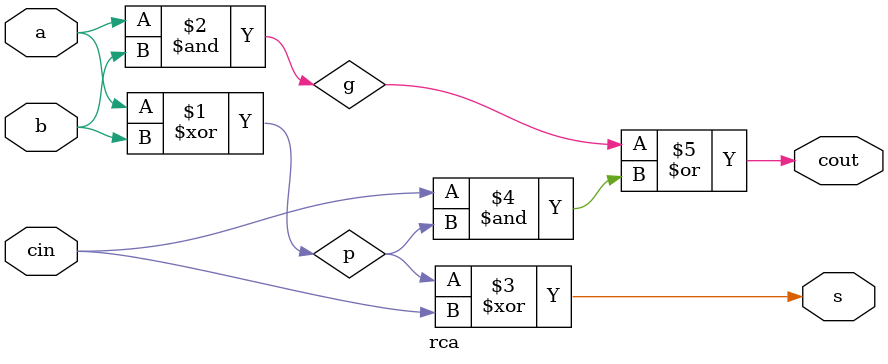
<source format=sv>
module rca (
  input a,b,cin,
  output s,cout
);
  wire p,g;
  assign p = a^b;
  assign g = a&b;
  assign s = p^cin;
  assign cout = g|cin&p;

endmodule

</source>
